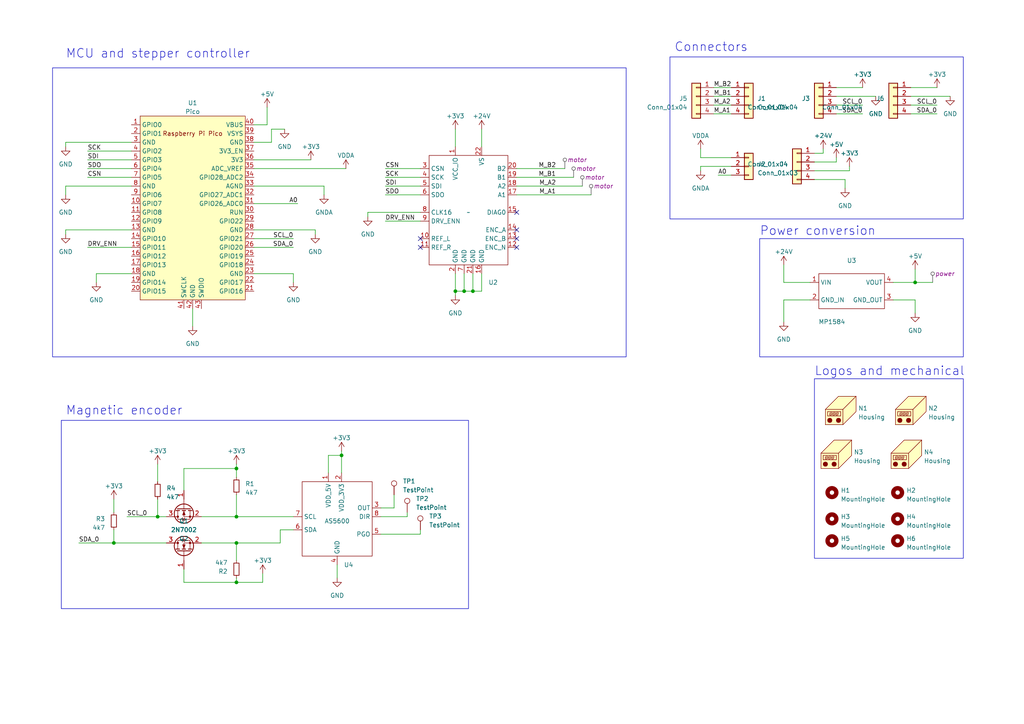
<source format=kicad_sch>
(kicad_sch (version 20230121) (generator eeschema)
  (paper "A4")
  (title_block (title "RPi-Pico_TMC5160") (date "2023-06-25") (rev "0.1") (comment 1 "Author: fitsnot") (comment 2 "MIT license"))
  (lib_symbols
    (symbol "Connector:TestPoint" (pin_numbers hide) (pin_names (offset 0.762) hide)
      (property "Reference" "TP" (at 0 6.858 0))
      (property "Value" "TestPoint" (at 0 5.08 0))
      (symbol "TestPoint_0_1"
        (circle (center 0 3.302) (radius 0.762))
      )
      (symbol "TestPoint_1_1"
        (pin passive line (at 0 0 90) (length 2.54) (name "1") (number "1"))
      )
    )
    (symbol "Connector_Generic:Conn_01x03" (pin_names (offset 1.016) hide)
      (property "Reference" "J" (at 0 5.08 0))
      (property "Value" "Conn_01x03" (at 0 -5.08 0))
      (symbol "Conn_01x03_1_1"
        (rectangle (start -1.27 -2.413) (end 0 -2.667) (stroke (width 0.1524)))
        (rectangle (start -1.27 0.127) (end 0 -0.127) (stroke (width 0.1524)))
        (rectangle (start -1.27 2.667) (end 0 2.413) (stroke (width 0.1524)))
        (rectangle (start -1.27 3.81) (end 1.27 -3.81) (stroke (width 0.254)) (fill (type background)))
        (pin passive line (at -5.08 2.54 0) (length 3.81) (name "Pin_1") (number "1"))
        (pin passive line (at -5.08 0 0) (length 3.81) (name "Pin_2") (number "2"))
        (pin passive line (at -5.08 -2.54 0) (length 3.81) (name "Pin_3") (number "3"))
      )
    )
    (symbol "Connector_Generic:Conn_01x04" (pin_names (offset 1.016) hide)
      (property "Reference" "J" (at 0 5.08 0))
      (property "Value" "Conn_01x04" (at 0 -7.62 0))
      (symbol "Conn_01x04_1_1"
        (rectangle (start -1.27 -4.953) (end 0 -5.207) (stroke (width 0.1524)))
        (rectangle (start -1.27 -2.413) (end 0 -2.667) (stroke (width 0.1524)))
        (rectangle (start -1.27 0.127) (end 0 -0.127) (stroke (width 0.1524)))
        (rectangle (start -1.27 2.667) (end 0 2.413) (stroke (width 0.1524)))
        (rectangle (start -1.27 3.81) (end 1.27 -6.35) (stroke (width 0.254)) (fill (type background)))
        (pin passive line (at -5.08 2.54 0) (length 3.81) (name "Pin_1") (number "1"))
        (pin passive line (at -5.08 0 0) (length 3.81) (name "Pin_2") (number "2"))
        (pin passive line (at -5.08 -2.54 0) (length 3.81) (name "Pin_3") (number "3"))
        (pin passive line (at -5.08 -5.08 0) (length 3.81) (name "Pin_4") (number "4"))
      )
    )
    (symbol "Device:R_Small" (pin_numbers hide) (pin_names (offset 0.254) hide)
      (property "Reference" "R" (at 0.762 0.508 0))
      (property "Value" "R_Small" (at 0.762 -1.016 0))
      (symbol "R_Small_0_1"
        (rectangle (start -0.762 1.778) (end 0.762 -1.778) (stroke (width 0.2032)))
      )
      (symbol "R_Small_1_1"
        (pin passive line (at 0 2.54 270) (length 0.762) (name "~") (number "1"))
        (pin passive line (at 0 -2.54 90) (length 0.762) (name "~") (number "2"))
      )
    )
    (symbol "Mechanical:Housing" (pin_names (offset 1.016))
      (property "Reference" "N" (at 3.81 0 0))
      (property "Value" "Housing" (at 3.81 -1.905 0))
      (symbol "Housing_0_1"
        (rectangle (start -5.08 -0.635) (end -1.27 -1.905))
        (circle (center -4.445 -3.175) (radius 0.635) (fill (type outline)))
        (circle (center -1.905 -3.175) (radius 0.635) (fill (type outline)))
        (polyline (pts (xy -4.5212 -1.5748) (xy -4.4704 -1.3716)))
        (polyline (pts (xy -4.4196 -1.6764) (xy -4.064 -1.6764)))
        (polyline (pts (xy -4.4196 -1.2192) (xy -4.3688 -0.9652)))
        (polyline (pts (xy -4.318 -1.3208) (xy -4.0132 -1.3208)))
        (polyline (pts (xy -4.2164 -0.9144) (xy -3.9116 -0.9144)))
        (polyline (pts (xy -3.9116 -1.6256) (xy -3.8608 -1.3716)))
        (polyline (pts (xy -3.81 -1.2192) (xy -3.7592 -0.9652)))
        (polyline (pts (xy -3.6068 -1.5748) (xy -3.556 -1.3716)))
        (polyline (pts (xy -3.5052 -1.6764) (xy -3.1496 -1.6764)))
        (polyline (pts (xy -3.5052 -1.2192) (xy -3.4544 -0.9652)))
        (polyline (pts (xy -3.4036 -1.3208) (xy -3.0988 -1.3208)))
        (polyline (pts (xy -3.302 -0.9144) (xy -2.9972 -0.9144)))
        (polyline (pts (xy -2.9972 -1.6256) (xy -2.9464 -1.3716)))
        (polyline (pts (xy -2.8956 -1.2192) (xy -2.8448 -0.9652)))
        (polyline (pts (xy -2.6924 -1.5748) (xy -2.6416 -1.3716)))
        (polyline (pts (xy -2.5908 -1.6764) (xy -2.2352 -1.6764)))
        (polyline (pts (xy -2.5908 -1.2192) (xy -2.54 -0.9652)))
        (polyline (pts (xy -2.4892 -1.3208) (xy -2.1844 -1.3208)))
        (polyline (pts (xy -2.3876 -0.9144) (xy -2.0828 -0.9144)))
        (polyline (pts (xy -2.0828 -1.6256) (xy -2.032 -1.3716)))
        (polyline (pts (xy -1.9812 -1.2192) (xy -1.9304 -0.9652)))
        (polyline (pts (xy -0.635 0) (xy -0.635 -4.445)))
        (polyline (pts (xy -5.715 0) (xy -0.635 0) (xy 3.175 3.81)))
        (polyline (pts (xy -5.715 0) (xy -5.715 -4.445) (xy -0.635 -4.445) (xy 3.175 -0.635) (xy 3.175 3.81) (xy -1.905 3.81) (xy -5.715 0)) (fill (type background)))
      )
    )
    (symbol "Mechanical:MountingHole" (pin_names (offset 1.016))
      (property "Reference" "H" (at 0 5.08 0))
      (property "Value" "MountingHole" (at 0 3.175 0))
      (symbol "MountingHole_0_1"
        (circle (center 0 0) (radius 1.27) (stroke (width 1.27)))
      )
    )
    (symbol "TMC5160:TMC5160"
      (property "Reference" "U" (at 0 0 0))
      (symbol "TMC5160_0_1"
        (rectangle (start -11.43 16.51) (end 11.43 -15.24))
      )
      (symbol "TMC5160_1_1"
        (pin power_in line (at -3.81 19.05 270) (length 2.54) (name "VCC_IO") (number "1"))
        (pin input line (at -13.97 -7.62 0) (length 2.54) (name "REF_L") (number "10"))
        (pin input line (at -13.97 -10.16 0) (length 2.54) (name "REF_R") (number "11"))
        (pin input line (at 13.97 -10.16 180) (length 2.54) (name "ENC_N") (number "12"))
        (pin input line (at 13.97 -7.62 180) (length 2.54) (name "ENC_B") (number "13"))
        (pin input line (at 13.97 -5.08 180) (length 2.54) (name "ENC_A") (number "14"))
        (pin input line (at 13.97 0 180) (length 2.54) (name "DIAG0") (number "15"))
        (pin power_in line (at 3.81 -17.78 90) (length 2.54) (name "GND") (number "16"))
        (pin output line (at 13.97 5.08 180) (length 2.54) (name "A1") (number "17"))
        (pin output line (at 13.97 7.62 180) (length 2.54) (name "A2") (number "18"))
        (pin output line (at 13.97 10.16 180) (length 2.54) (name "B1") (number "19"))
        (pin power_in line (at -3.81 -17.78 90) (length 2.54) (name "GND") (number "2"))
        (pin output line (at 13.97 12.7 180) (length 2.54) (name "B2") (number "20"))
        (pin power_in line (at 1.27 -17.78 90) (length 2.54) (name "GND") (number "21"))
        (pin power_in line (at 3.81 19.05 270) (length 2.54) (name "VS") (number "22"))
        (pin input line (at -13.97 12.7 0) (length 2.54) (name "CSN") (number "3"))
        (pin input line (at -13.97 10.16 0) (length 2.54) (name "SCK") (number "4"))
        (pin input line (at -13.97 7.62 0) (length 2.54) (name "SDI") (number "5"))
        (pin output line (at -13.97 5.08 0) (length 2.54) (name "SDO") (number "6"))
        (pin power_in line (at -1.27 -17.78 90) (length 2.54) (name "GND") (number "7"))
        (pin input line (at -13.97 0 0) (length 2.54) (name "CLK16") (number "8"))
        (pin input line (at -13.97 -2.54 0) (length 2.54) (name "DRV_ENN") (number "9"))
      )
    )
    (symbol "Transistor_FET:2N7002" (pin_names hide)
      (property "Reference" "Q" (at 5.08 1.905 0))
      (property "Value" "2N7002" (at 5.08 0 0))
      (symbol "2N7002_0_1"
        (polyline (pts (xy 0.254 0) (xy -2.54 0)))
        (polyline (pts (xy 0.254 1.905) (xy 0.254 -1.905)) (stroke (width 0.254)))
        (polyline (pts (xy 0.762 -1.27) (xy 0.762 -2.286)) (stroke (width 0.254)))
        (polyline (pts (xy 0.762 0.508) (xy 0.762 -0.508)) (stroke (width 0.254)))
        (polyline (pts (xy 0.762 2.286) (xy 0.762 1.27)) (stroke (width 0.254)))
        (polyline (pts (xy 2.54 2.54) (xy 2.54 1.778)))
        (polyline (pts (xy 2.54 -2.54) (xy 2.54 0) (xy 0.762 0)))
        (polyline (pts (xy 0.762 -1.778) (xy 3.302 -1.778) (xy 3.302 1.778) (xy 0.762 1.778)))
        (polyline (pts (xy 1.016 0) (xy 2.032 0.381) (xy 2.032 -0.381) (xy 1.016 0)) (fill (type outline)))
        (polyline (pts (xy 2.794 0.508) (xy 2.921 0.381) (xy 3.683 0.381) (xy 3.81 0.254)))
        (polyline (pts (xy 3.302 0.381) (xy 2.921 -0.254) (xy 3.683 -0.254) (xy 3.302 0.381)))
        (circle (center 1.651 0) (radius 2.794) (stroke (width 0.254)))
        (circle (center 2.54 -1.778) (radius 0.254) (fill (type outline)))
        (circle (center 2.54 1.778) (radius 0.254) (fill (type outline)))
      )
      (symbol "2N7002_1_1"
        (pin input line (at -5.08 0 0) (length 2.54) (name "G") (number "1"))
        (pin passive line (at 2.54 -5.08 90) (length 2.54) (name "S") (number "2"))
        (pin passive line (at 2.54 5.08 270) (length 2.54) (name "D") (number "3"))
      )
    )
    (symbol "power:+24V" (power) (pin_names (offset 0))
      (property "Value" "+24V" (at 0 3.556 0))
      (symbol "+24V_0_1"
        (polyline (pts (xy -0.762 1.27) (xy 0 2.54)))
        (polyline (pts (xy 0 0) (xy 0 2.54)))
        (polyline (pts (xy 0 2.54) (xy 0.762 1.27)))
      )
      (symbol "+24V_1_1"
        (pin power_in line (at 0 0 90) (length 0) hide (name "+24V") (number "1"))
      )
    )
    (symbol "power:+3V3" (power) (pin_names (offset 0))
      (property "Value" "+3V3" (at 0 3.556 0))
      (symbol "+3V3_0_1"
        (polyline (pts (xy -0.762 1.27) (xy 0 2.54)))
        (polyline (pts (xy 0 0) (xy 0 2.54)))
        (polyline (pts (xy 0 2.54) (xy 0.762 1.27)))
      )
      (symbol "+3V3_1_1"
        (pin power_in line (at 0 0 90) (length 0) hide (name "+3V3") (number "1"))
      )
    )
    (symbol "power:+5V" (power) (pin_names (offset 0))
      (property "Value" "+5V" (at 0 3.556 0))
      (symbol "+5V_0_1"
        (polyline (pts (xy -0.762 1.27) (xy 0 2.54)))
        (polyline (pts (xy 0 0) (xy 0 2.54)))
        (polyline (pts (xy 0 2.54) (xy 0.762 1.27)))
      )
      (symbol "+5V_1_1"
        (pin power_in line (at 0 0 90) (length 0) hide (name "+5V") (number "1"))
      )
    )
    (symbol "power:GND" (power) (pin_names (offset 0))
      (property "Value" "GND" (at 0 -3.81 0))
      (symbol "GND_0_1"
        (polyline (pts (xy 0 0) (xy 0 -1.27) (xy 1.27 -1.27) (xy 0 -2.54) (xy -1.27 -1.27) (xy 0 -1.27)))
      )
      (symbol "GND_1_1"
        (pin power_in line (at 0 0 270) (length 0) hide (name "GND") (number "1"))
      )
    )
    (symbol "power:GNDA" (power) (pin_names (offset 0))
      (property "Value" "GNDA" (at 0 -3.81 0))
      (symbol "GNDA_0_1"
        (polyline (pts (xy 0 0) (xy 0 -1.27) (xy 1.27 -1.27) (xy 0 -2.54) (xy -1.27 -1.27) (xy 0 -1.27)))
      )
      (symbol "GNDA_1_1"
        (pin power_in line (at 0 0 270) (length 0) hide (name "GNDA") (number "1"))
      )
    )
    (symbol "power:VDDA" (power) (pin_names (offset 0))
      (property "Value" "VDDA" (at 0 3.81 0))
      (symbol "VDDA_0_1"
        (polyline (pts (xy -0.762 1.27) (xy 0 2.54)))
        (polyline (pts (xy 0 0) (xy 0 2.54)))
        (polyline (pts (xy 0 2.54) (xy 0.762 1.27)))
      )
      (symbol "VDDA_1_1"
        (pin power_in line (at 0 0 90) (length 0) hide (name "VDDA") (number "1"))
      )
    )
    (symbol "project_lib:AS5600"
      (property "Reference" "U" (at 0 0 0))
      (symbol "AS5600_0_1"
        (rectangle (start -10.16 11.43) (end 10.16 -10.16))
      )
      (symbol "AS5600_1_1"
        (pin power_in line (at -2.54 13.97 270) (length 2.54) (name "VDD_5V") (number "1"))
        (pin power_in line (at 1.27 13.97 270) (length 2.54) (name "VDD_3V3") (number "2"))
        (pin output line (at 12.7 3.81 180) (length 2.54) (name "OUT") (number "3"))
        (pin power_in line (at 0 -12.7 90) (length 2.54) (name "GND") (number "4"))
        (pin input line (at 12.7 -3.81 180) (length 2.54) (name "PGO") (number "5"))
        (pin bidirectional line (at -12.7 -2.54 0) (length 2.54) (name "SDA") (number "6"))
        (pin input line (at -12.7 1.27 0) (length 2.54) (name "SCL") (number "7"))
        (pin output line (at 12.7 1.27 180) (length 2.54) (name "DIR") (number "8"))
      )
    )
    (symbol "project_lib:MP1584_MOD"
      (property "Reference" "U" (at -10.16 0 90))
      (symbol "MP1584_MOD_0_1"
        (rectangle (start -8.89 5.08) (end 10.16 -5.08))
      )
      (symbol "MP1584_MOD_1_1"
        (pin power_in line (at -11.43 2.54 0) (length 2.54) (name "VIN") (number "1"))
        (pin power_in line (at -11.43 -2.54 0) (length 2.54) (name "GND_IN") (number "2"))
        (pin power_in line (at 12.7 -2.54 180) (length 2.54) (name "GND_OUT") (number "3"))
        (pin power_out line (at 12.7 2.54 180) (length 2.54) (name "VOUT") (number "4"))
      )
    )
    (symbol "rpi pico:Pico"
      (property "Reference" "U" (at -13.97 27.94 0))
      (property "Value" "Pico" (at 0 19.05 0))
      (symbol "Pico_0_0"
        (text "Raspberry Pi Pico" (at 0 21.59 0) (effects (font (size 1.27 1.27))))
      )
      (symbol "Pico_0_1"
        (rectangle (start -15.24 26.67) (end 15.24 -26.67) (fill (type background)))
      )
      (symbol "Pico_1_1"
        (pin bidirectional line (at -17.78 24.13 0) (length 2.54) (name "GPIO0") (number "1"))
        (pin bidirectional line (at -17.78 1.27 0) (length 2.54) (name "GPIO7") (number "10"))
        (pin bidirectional line (at -17.78 -1.27 0) (length 2.54) (name "GPIO8") (number "11"))
        (pin bidirectional line (at -17.78 -3.81 0) (length 2.54) (name "GPIO9") (number "12"))
        (pin power_in line (at -17.78 -6.35 0) (length 2.54) (name "GND") (number "13"))
        (pin bidirectional line (at -17.78 -8.89 0) (length 2.54) (name "GPIO10") (number "14"))
        (pin bidirectional line (at -17.78 -11.43 0) (length 2.54) (name "GPIO11") (number "15"))
        (pin bidirectional line (at -17.78 -13.97 0) (length 2.54) (name "GPIO12") (number "16"))
        (pin bidirectional line (at -17.78 -16.51 0) (length 2.54) (name "GPIO13") (number "17"))
        (pin power_in line (at -17.78 -19.05 0) (length 2.54) (name "GND") (number "18"))
        (pin bidirectional line (at -17.78 -21.59 0) (length 2.54) (name "GPIO14") (number "19"))
        (pin bidirectional line (at -17.78 21.59 0) (length 2.54) (name "GPIO1") (number "2"))
        (pin bidirectional line (at -17.78 -24.13 0) (length 2.54) (name "GPIO15") (number "20"))
        (pin bidirectional line (at 17.78 -24.13 180) (length 2.54) (name "GPIO16") (number "21"))
        (pin bidirectional line (at 17.78 -21.59 180) (length 2.54) (name "GPIO17") (number "22"))
        (pin power_in line (at 17.78 -19.05 180) (length 2.54) (name "GND") (number "23"))
        (pin bidirectional line (at 17.78 -16.51 180) (length 2.54) (name "GPIO18") (number "24"))
        (pin bidirectional line (at 17.78 -13.97 180) (length 2.54) (name "GPIO19") (number "25"))
        (pin bidirectional line (at 17.78 -11.43 180) (length 2.54) (name "GPIO20") (number "26"))
        (pin bidirectional line (at 17.78 -8.89 180) (length 2.54) (name "GPIO21") (number "27"))
        (pin power_in line (at 17.78 -6.35 180) (length 2.54) (name "GND") (number "28"))
        (pin bidirectional line (at 17.78 -3.81 180) (length 2.54) (name "GPIO22") (number "29"))
        (pin power_in line (at -17.78 19.05 0) (length 2.54) (name "GND") (number "3"))
        (pin input line (at 17.78 -1.27 180) (length 2.54) (name "RUN") (number "30"))
        (pin bidirectional line (at 17.78 1.27 180) (length 2.54) (name "GPIO26_ADC0") (number "31"))
        (pin bidirectional line (at 17.78 3.81 180) (length 2.54) (name "GPIO27_ADC1") (number "32"))
        (pin power_in line (at 17.78 6.35 180) (length 2.54) (name "AGND") (number "33"))
        (pin bidirectional line (at 17.78 8.89 180) (length 2.54) (name "GPIO28_ADC2") (number "34"))
        (pin power_in line (at 17.78 11.43 180) (length 2.54) (name "ADC_VREF") (number "35"))
        (pin power_in line (at 17.78 13.97 180) (length 2.54) (name "3V3") (number "36"))
        (pin input line (at 17.78 16.51 180) (length 2.54) (name "3V3_EN") (number "37"))
        (pin bidirectional line (at 17.78 19.05 180) (length 2.54) (name "GND") (number "38"))
        (pin power_in line (at 17.78 21.59 180) (length 2.54) (name "VSYS") (number "39"))
        (pin bidirectional line (at -17.78 16.51 0) (length 2.54) (name "GPIO2") (number "4"))
        (pin power_in line (at 17.78 24.13 180) (length 2.54) (name "VBUS") (number "40"))
        (pin input line (at -2.54 -29.21 90) (length 2.54) (name "SWCLK") (number "41"))
        (pin power_in line (at 0 -29.21 90) (length 2.54) (name "GND") (number "42"))
        (pin bidirectional line (at 2.54 -29.21 90) (length 2.54) (name "SWDIO") (number "43"))
        (pin bidirectional line (at -17.78 13.97 0) (length 2.54) (name "GPIO3") (number "5"))
        (pin bidirectional line (at -17.78 11.43 0) (length 2.54) (name "GPIO4") (number "6"))
        (pin bidirectional line (at -17.78 8.89 0) (length 2.54) (name "GPIO5") (number "7"))
        (pin power_in line (at -17.78 6.35 0) (length 2.54) (name "GND") (number "8"))
        (pin bidirectional line (at -17.78 3.81 0) (length 2.54) (name "GPIO6") (number "9"))
      )
    )
  )
  (junction (at 132.08 84.455))
  (junction (at 68.58 149.86))
  (junction (at 45.72 149.86))
  (junction (at 68.58 135.89))
  (junction (at 68.58 157.48))
  (junction (at 33.02 157.48))
  (junction (at 137.16 84.455))
  (junction (at 134.62 84.455))
  (junction (at 99.06 132.08))
  (junction (at 68.58 168.91))
  (junction (at 265.43 81.915))
  (no_connect (at 121.92 71.755))
  (no_connect (at 121.92 69.215))
  (no_connect (at 149.86 69.215))
  (no_connect (at 149.86 71.755))
  (no_connect (at 149.86 61.595))
  (no_connect (at 149.86 66.675))
  (wire (pts (xy 68.58 157.48) (xy 68.58 162.56)))
  (wire (pts (xy 265.43 86.995) (xy 265.43 90.805)))
  (wire (pts (xy 242.57 46.99) (xy 242.57 45.72)))
  (wire (pts (xy 259.08 81.915) (xy 265.43 81.915)))
  (wire (pts (xy 81.28 153.67) (xy 85.09 153.67)))
  (wire (pts (xy 77.47 36.195) (xy 77.47 31.115)))
  (wire (pts (xy 149.86 48.895) (xy 163.83 48.895)))
  (wire (pts (xy 212.09 33.02) (xy 207.01 33.02)))
  (wire (pts (xy 38.1 66.675) (xy 19.05 66.675)))
  (wire (pts (xy 73.66 66.675) (xy 91.44 66.675)))
  (wire (pts (xy 111.76 48.895) (xy 121.92 48.895)))
  (wire (pts (xy 227.33 81.915) (xy 234.95 81.915)))
  (wire (pts (xy 38.1 79.375) (xy 27.94 79.375)))
  (wire (pts (xy 73.66 36.195) (xy 77.47 36.195)))
  (wire (pts (xy 78.74 37.465) (xy 78.74 41.275)))
  (wire (pts (xy 81.28 157.48) (xy 81.28 153.67)))
  (wire (pts (xy 137.16 79.375) (xy 137.16 84.455)))
  (wire (pts (xy 111.76 51.435) (xy 121.92 51.435)))
  (wire (pts (xy 58.42 149.86) (xy 68.58 149.86)))
  (wire (pts (xy 33.02 144.78) (xy 33.02 148.59)))
  (wire (pts (xy 68.58 134.62) (xy 68.58 135.89)))
  (wire (pts (xy 242.57 25.4) (xy 250.19 25.4)))
  (wire (pts (xy 227.33 86.995) (xy 234.95 86.995)))
  (wire (pts (xy 111.76 64.135) (xy 121.92 64.135)))
  (wire (pts (xy 68.58 167.64) (xy 68.58 168.91)))
  (wire (pts (xy 236.22 44.45) (xy 238.76 44.45)))
  (wire (pts (xy 132.08 37.465) (xy 132.08 42.545)))
  (wire (pts (xy 132.08 79.375) (xy 132.08 84.455)))
  (wire (pts (xy 36.83 149.86) (xy 45.72 149.86)))
  (wire (pts (xy 95.25 132.08) (xy 99.06 132.08)))
  (wire (pts (xy 22.86 157.48) (xy 33.02 157.48)))
  (wire (pts (xy 38.1 41.275) (xy 19.05 41.275)))
  (wire (pts (xy 45.72 149.86) (xy 48.26 149.86)))
  (wire (pts (xy 19.05 53.975) (xy 38.1 53.975)))
  (wire (pts (xy 203.2 45.72) (xy 212.09 45.72)))
  (wire (pts (xy 99.06 132.08) (xy 99.06 137.16)))
  (wire (pts (xy 208.28 50.8) (xy 212.09 50.8)))
  (wire (pts (xy 85.09 79.375) (xy 85.09 81.915)))
  (wire (pts (xy 264.16 27.94) (xy 275.59 27.94)))
  (wire (pts (xy 53.34 168.91) (xy 68.58 168.91)))
  (wire (pts (xy 236.22 52.07) (xy 245.11 52.07)))
  (wire (pts (xy 139.7 84.455) (xy 137.16 84.455)))
  (wire (pts (xy 264.16 33.02) (xy 271.78 33.02)))
  (wire (pts (xy 19.05 41.275) (xy 19.05 42.545)))
  (wire (pts (xy 111.76 56.515) (xy 121.92 56.515)))
  (wire (pts (xy 68.58 157.48) (xy 81.28 157.48)))
  (wire (pts (xy 27.94 79.375) (xy 27.94 81.915)))
  (wire (pts (xy 76.2 168.91) (xy 68.58 168.91)))
  (wire (pts (xy 73.66 46.355) (xy 90.17 46.355)))
  (wire (pts (xy 212.09 27.94) (xy 207.01 27.94)))
  (wire (pts (xy 149.86 53.975) (xy 168.91 53.975)))
  (wire (pts (xy 73.66 53.975) (xy 93.98 53.975)))
  (wire (pts (xy 242.57 33.02) (xy 250.19 33.02)))
  (wire (pts (xy 111.76 53.975) (xy 121.92 53.975)))
  (wire (pts (xy 203.2 49.53) (xy 203.2 48.26)))
  (wire (pts (xy 53.34 165.1) (xy 53.34 168.91)))
  (wire (pts (xy 25.4 43.815) (xy 38.1 43.815)))
  (wire (pts (xy 33.02 157.48) (xy 48.26 157.48)))
  (wire (pts (xy 73.66 59.055) (xy 86.36 59.055)))
  (wire (pts (xy 245.11 52.07) (xy 245.11 54.61)))
  (wire (pts (xy 68.58 149.86) (xy 85.09 149.86)))
  (wire (pts (xy 106.68 62.865) (xy 106.68 61.595)))
  (wire (pts (xy 265.43 78.105) (xy 265.43 81.915)))
  (wire (pts (xy 91.44 66.675) (xy 91.44 67.945)))
  (wire (pts (xy 114.3 147.32) (xy 114.3 143.51)))
  (wire (pts (xy 132.08 84.455) (xy 132.08 85.725)))
  (wire (pts (xy 264.16 25.4) (xy 271.78 25.4)))
  (wire (pts (xy 227.33 76.835) (xy 227.33 81.915)))
  (wire (pts (xy 99.06 130.81) (xy 99.06 132.08)))
  (wire (pts (xy 73.66 48.895) (xy 100.33 48.895)))
  (wire (pts (xy 68.58 143.51) (xy 68.58 149.86)))
  (wire (pts (xy 58.42 157.48) (xy 68.58 157.48)))
  (wire (pts (xy 227.33 86.995) (xy 227.33 93.345)))
  (wire (pts (xy 149.86 56.515) (xy 171.45 56.515)))
  (wire (pts (xy 212.09 25.4) (xy 207.01 25.4)))
  (wire (pts (xy 25.4 46.355) (xy 38.1 46.355)))
  (wire (pts (xy 97.79 163.83) (xy 97.79 167.64)))
  (wire (pts (xy 264.16 30.48) (xy 271.78 30.48)))
  (wire (pts (xy 45.72 144.78) (xy 45.72 149.86)))
  (wire (pts (xy 118.11 149.86) (xy 118.11 148.59)))
  (wire (pts (xy 132.08 84.455) (xy 134.62 84.455)))
  (wire (pts (xy 78.74 37.465) (xy 82.55 37.465)))
  (wire (pts (xy 53.34 142.24) (xy 53.34 135.89)))
  (wire (pts (xy 68.58 135.89) (xy 68.58 138.43)))
  (wire (pts (xy 78.74 41.275) (xy 73.66 41.275)))
  (wire (pts (xy 73.66 71.755) (xy 85.09 71.755)))
  (wire (pts (xy 25.4 51.435) (xy 38.1 51.435)))
  (wire (pts (xy 76.2 168.91) (xy 76.2 166.37)))
  (wire (pts (xy 139.7 37.465) (xy 139.7 42.545)))
  (wire (pts (xy 259.08 86.995) (xy 265.43 86.995)))
  (wire (pts (xy 149.86 51.435) (xy 166.37 51.435)))
  (wire (pts (xy 19.05 66.675) (xy 19.05 67.945)))
  (wire (pts (xy 110.49 149.86) (xy 118.11 149.86)))
  (wire (pts (xy 33.02 153.67) (xy 33.02 157.48)))
  (wire (pts (xy 242.57 30.48) (xy 250.19 30.48)))
  (wire (pts (xy 121.92 154.94) (xy 110.49 154.94)))
  (wire (pts (xy 95.25 137.16) (xy 95.25 132.08)))
  (wire (pts (xy 212.09 30.48) (xy 207.01 30.48)))
  (wire (pts (xy 236.22 49.53) (xy 246.38 49.53)))
  (wire (pts (xy 203.2 43.18) (xy 203.2 45.72)))
  (wire (pts (xy 25.4 71.755) (xy 38.1 71.755)))
  (wire (pts (xy 265.43 81.915) (xy 270.51 81.915)))
  (wire (pts (xy 242.57 27.94) (xy 254 27.94)))
  (wire (pts (xy 73.66 69.215) (xy 85.09 69.215)))
  (wire (pts (xy 236.22 46.99) (xy 242.57 46.99)))
  (wire (pts (xy 139.7 79.375) (xy 139.7 84.455)))
  (wire (pts (xy 203.2 48.26) (xy 212.09 48.26)))
  (wire (pts (xy 121.92 153.67) (xy 121.92 154.94)))
  (wire (pts (xy 110.49 147.32) (xy 114.3 147.32)))
  (wire (pts (xy 73.66 79.375) (xy 85.09 79.375)))
  (wire (pts (xy 55.88 89.535) (xy 55.88 94.615)))
  (wire (pts (xy 137.16 84.455) (xy 134.62 84.455)))
  (wire (pts (xy 238.76 44.45) (xy 238.76 43.18)))
  (wire (pts (xy 134.62 79.375) (xy 134.62 84.455)))
  (wire (pts (xy 93.98 53.975) (xy 93.98 56.515)))
  (wire (pts (xy 53.34 135.89) (xy 68.58 135.89)))
  (wire (pts (xy 45.72 134.62) (xy 45.72 139.7)))
  (wire (pts (xy 246.38 48.26) (xy 246.38 49.53)))
  (wire (pts (xy 19.05 56.515) (xy 19.05 53.975)))
  (wire (pts (xy 106.68 61.595) (xy 121.92 61.595)))
  (wire (pts (xy 25.4 48.895) (xy 38.1 48.895)))
  (rectangle (start 194.31 16.51) (end 279.4 63.5))
  (rectangle (start 17.78 121.92) (end 135.89 176.53))
  (rectangle (start 15.24 19.685) (end 181.61 103.505))
  (rectangle (start 220.345 69.215) (end 279.4 103.505))
  (rectangle (start 236.22 109.855) (end 279.4 161.925))
  (text "MCU and stepper controller" (at 19.05 17.145 0) (effects (font (size 2.54 2.54)) (justify left bottom)))
  (text "Connectors" (at 195.58 15.24 0) (effects (font (size 2.54 2.54)) (justify left bottom)))
  (text "Power conversion" (at 220.345 68.58 0) (effects (font (size 2.54 2.54)) (justify left bottom)))
  (text "Logos and mechanical" (at 236.22 109.22 0) (effects (font (size 2.54 2.54)) (justify left bottom)))
  (text "Magnetic encoder" (at 19.05 120.65 0) (effects (font (size 2.54 2.54)) (justify left bottom)))
  (label "SDI" (at 111.76 53.975 0))
  (label "M_A1" (at 207.01 33.02 0))
  (label "SCK" (at 111.76 51.435 0))
  (label "M_A2" (at 207.01 30.48 0))
  (label "SCL_0" (at 85.09 69.215 180))
  (label "A0" (at 208.28 50.8 0))
  (label "SCL_0" (at 271.78 30.48 180))
  (label "DRV_ENN" (at 25.4 71.755 0))
  (label "SDO" (at 111.76 56.515 0))
  (label "CSN" (at 25.4 51.435 0))
  (label "SDA_0" (at 22.86 157.48 0))
  (label "SCK" (at 25.4 43.815 0))
  (label "M_B2" (at 207.01 25.4 0))
  (label "M_B1" (at 161.29 51.435 180))
  (label "CSN" (at 111.76 48.895 0))
  (label "M_A2" (at 161.29 53.975 180))
  (label "M_B1" (at 207.01 27.94 0))
  (label "SDO" (at 25.4 48.895 0))
  (label "M_B2" (at 161.29 48.895 180))
  (label "M_A1" (at 161.29 56.515 180))
  (label "SCL_0" (at 250.19 30.48 180))
  (label "SCL_0" (at 36.83 149.86 0))
  (label "A0" (at 86.36 59.055 180))
  (label "SDA_0" (at 250.19 33.02 180))
  (label "DRV_ENN" (at 111.76 64.135 0))
  (label "SDI" (at 25.4 46.355 0))
  (label "SDA_0" (at 85.09 71.755 180))
  (label "SDA_0" (at 271.78 33.02 180))
  (netclass_flag "" (length 2.54) (shape round) (at 166.37 51.435 0) (property "Netclass" "motor" (at 167.0685 48.895 0) (effects (font italic) (justify left))))
  (netclass_flag "" (length 2.54) (shape round) (at 163.83 48.895 0) (property "Netclass" "motor" (at 164.5285 46.355 0) (effects (font italic) (justify left))))
  (netclass_flag "" (length 2.54) (shape round) (at 168.91 53.975 0) (property "Netclass" "motor" (at 169.6085 51.435 0) (effects (font italic) (justify left))))
  (netclass_flag "" (length 2.54) (shape round) (at 270.51 81.915 0) (property "Netclass" "power" (at 271.2085 79.375 0) (effects (font italic) (justify left))))
  (netclass_flag "" (length 2.54) (shape round) (at 171.45 56.515 0) (property "Netclass" "motor" (at 172.1485 53.975 0) (effects (font italic) (justify left))))
  (symbol (lib_id "power:GND") (at 106.68 62.865 0) (unit 1)
    (property "Reference" "#PWR03" (effects hide))
    (property "Value" "GND" (at 106.68 67.945 0))
  )
  (symbol (lib_id "power:+3V3") (at 68.58 134.62 0) (unit 1)
    (property "Reference" "#PWR033" (effects hide))
    (property "Value" "+3V3" (at 68.58 130.81 0))
  )
  (symbol (lib_id "Connector:TestPoint") (at 121.92 153.67 0) (unit 1)
    (property "Reference" "TP3" (at 124.46 149.733 0) (effects (justify left)))
    (property "Value" "TestPoint" (at 124.46 152.273 0) (effects (justify left)))
    (property "Footprint" "TestPoint:TestPoint_THTPad_2.0x2.0mm_Drill1.0mm" (effects hide))
  )
  (symbol (lib_id "Mechanical:MountingHole") (at 241.3 142.875 0) (unit 1)
    (property "Reference" "H1" (at 243.84 142.24 0) (effects (justify left)))
    (property "Value" "MountingHole" (at 243.84 144.78 0) (effects (justify left)))
    (property "Footprint" "MountingHole:MountingHole_3.2mm_M3_ISO7380" (effects hide))
  )
  (symbol (lib_id "Device:R_Small") (at 33.02 151.13 0) (mirror y) (unit 1)
    (property "Reference" "R3" (at 30.48 150.495 0) (effects (justify left)))
    (property "Value" "4k7" (at 30.48 153.035 0) (effects (justify left)))
    (property "Footprint" "Resistor_SMD:R_0603_1608Metric_Pad0.98x0.95mm_HandSolder" (effects hide))
  )
  (symbol (lib_id "Transistor_FET:2N7002") (at 53.34 147.32 90) (mirror x) (unit 1)
    (property "Reference" "Q2" (at 53.34 156.21 90))
    (property "Value" "2N7002" (at 53.34 153.67 90))
    (property "Footprint" "Package_TO_SOT_SMD:SOT-23" (effects hide))
    (property "Datasheet" "https://www.onsemi.com/pub/Collateral/NDS7002A-D.PDF" (effects hide))
    (property "LCSC" "C8545" (effects hide))
  )
  (symbol (lib_id "power:GND") (at 97.79 167.64 0) (unit 1)
    (property "Reference" "#PWR030" (effects hide))
    (property "Value" "GND" (at 97.79 172.72 0))
  )
  (symbol (lib_id "power:+3V3") (at 250.19 25.4 0) (unit 1)
    (property "Reference" "#PWR021" (effects hide))
    (property "Value" "+3V3" (at 250.19 21.59 0))
  )
  (symbol (lib_id "power:GND") (at 265.43 90.805 0) (unit 1)
    (property "Reference" "#PWR025" (effects hide))
    (property "Value" "GND" (at 265.43 95.885 0))
  )
  (symbol (lib_id "Mechanical:MountingHole") (at 241.3 156.845 0) (unit 1)
    (property "Reference" "H5" (at 243.84 156.21 0) (effects (justify left)))
    (property "Value" "MountingHole" (at 243.84 158.75 0) (effects (justify left)))
    (property "Footprint" "MountingHole:MountingHole_3.2mm_M3_ISO7380" (effects hide))
  )
  (symbol (lib_id "power:+24V") (at 139.7 37.465 0) (unit 1)
    (property "Reference" "#PWR02" (effects hide))
    (property "Value" "+24V" (at 139.7 33.655 0))
  )
  (symbol (lib_id "Connector_Generic:Conn_01x04") (at 201.93 27.94 0) (mirror y) (unit 1)
    (property "Reference" "J5" (at 199.39 28.575 0) (effects (justify left)))
    (property "Value" "Conn_01x04" (at 199.39 31.115 0) (effects (justify left)))
    (property "Footprint" "Connector_JST:JST_XH_B4B-XH-A_1x04_P2.50mm_Vertical" (effects hide))
    (property "LCSC" "C144395" (effects hide))
  )
  (symbol (lib_id "Device:R_Small") (at 68.58 140.97 0) (unit 1)
    (property "Reference" "R1" (at 71.12 140.335 0) (effects (justify left)))
    (property "Value" "4k7" (at 71.12 142.875 0) (effects (justify left)))
    (property "Footprint" "Resistor_SMD:R_0603_1608Metric_Pad0.98x0.95mm_HandSolder" (effects hide))
  )
  (symbol (lib_id "Connector_Generic:Conn_01x03") (at 217.17 48.26 0) (unit 1)
    (property "Reference" "J2" (at 219.71 47.625 0) (effects (justify left)))
    (property "Value" "Conn_01x03" (at 219.71 50.165 0) (effects (justify left)))
    (property "Footprint" "Connector_JST:JST_XH_B3B-XH-A_1x03_P2.50mm_Vertical" (effects hide))
    (property "LCSC" "C144394" (effects hide))
  )
  (symbol (lib_id "Mechanical:MountingHole") (at 260.35 156.845 0) (unit 1)
    (property "Reference" "H6" (at 262.89 156.21 0) (effects (justify left)))
    (property "Value" "MountingHole" (at 262.89 158.75 0) (effects (justify left)))
    (property "Footprint" "MountingHole:MountingHole_3.2mm_M3_ISO7380" (effects hide))
  )
  (symbol (lib_id "Mechanical:Housing") (at 243.84 131.445 0) (unit 1)
    (property "Reference" "N3" (at 247.65 131.1275 0) (effects (justify left)))
    (property "Value" "Housing" (at 247.65 133.6675 0) (effects (justify left)))
    (property "Footprint" "project:Mousebite" (effects hide))
  )
  (symbol (lib_id "Device:R_Small") (at 45.72 142.24 0) (unit 1)
    (property "Reference" "R4" (at 48.26 141.605 0) (effects (justify left)))
    (property "Value" "4k7" (at 48.26 144.145 0) (effects (justify left)))
    (property "Footprint" "Resistor_SMD:R_0603_1608Metric_Pad0.98x0.95mm_HandSolder" (effects hide))
  )
  (symbol (lib_id "Mechanical:Housing") (at 245.11 118.745 0) (unit 1)
    (property "Reference" "N1" (at 248.92 118.4275 0) (effects (justify left)))
    (property "Value" "Housing" (at 248.92 120.9675 0) (effects (justify left)))
    (property "Footprint" "project:Mousebite" (effects hide))
  )
  (symbol (lib_id "power:GND") (at 27.94 81.915 0) (unit 1)
    (property "Reference" "#PWR08" (effects hide))
    (property "Value" "GND" (at 27.94 86.995 0))
  )
  (symbol (lib_id "power:GND") (at 19.05 67.945 0) (unit 1)
    (property "Reference" "#PWR09" (effects hide))
    (property "Value" "GND" (at 19.05 73.025 0))
  )
  (symbol (lib_id "Mechanical:MountingHole") (at 260.35 142.875 0) (unit 1)
    (property "Reference" "H2" (at 262.89 142.24 0) (effects (justify left)))
    (property "Value" "MountingHole" (at 262.89 144.78 0) (effects (justify left)))
    (property "Footprint" "MountingHole:MountingHole_3.2mm_M3_ISO7380" (effects hide))
  )
  (symbol (lib_id "Mechanical:Housing") (at 264.16 131.445 0) (unit 1)
    (property "Reference" "N4" (at 267.97 131.1275 0) (effects (justify left)))
    (property "Value" "Housing" (at 267.97 133.6675 0) (effects (justify left)))
    (property "Footprint" "project:Mousebite" (effects hide))
  )
  (symbol (lib_id "Connector_Generic:Conn_01x04") (at 231.14 46.99 0) (mirror y) (unit 1)
    (property "Reference" "J4" (at 228.6 47.625 0) (effects (justify left)))
    (property "Value" "Conn_01x04" (at 228.6 47.625 0) (effects (justify left)))
    (property "Footprint" "Connector_Wago:Wago_734-134_1x04_P3.50mm_Vertical" (effects hide))
    (property "LCSC" "C557656" (effects hide))
  )
  (symbol (lib_id "power:+24V") (at 227.33 76.835 0) (unit 1)
    (property "Reference" "#PWR022" (effects hide))
    (property "Value" "+24V" (at 227.33 73.025 0))
  )
  (symbol (lib_id "power:+3V3") (at 132.08 37.465 0) (unit 1)
    (property "Reference" "#PWR05" (effects hide))
    (property "Value" "+3V3" (at 132.08 33.655 0))
  )
  (symbol (lib_id "Connector:TestPoint") (at 114.3 143.51 0) (unit 1)
    (property "Reference" "TP1" (at 116.84 139.573 0) (effects (justify left)))
    (property "Value" "TestPoint" (at 116.84 142.113 0) (effects (justify left)))
    (property "Footprint" "TestPoint:TestPoint_THTPad_2.0x2.0mm_Drill1.0mm" (effects hide))
  )
  (symbol (lib_id "power:GND") (at 85.09 81.915 0) (unit 1)
    (property "Reference" "#PWR07" (effects hide))
    (property "Value" "GND" (at 85.09 86.995 0))
  )
  (symbol (lib_id "power:GND") (at 82.55 37.465 0) (unit 1)
    (property "Reference" "#PWR013" (effects hide))
    (property "Value" "GND" (at 82.55 42.545 0))
  )
  (symbol (lib_id "power:+3V3") (at 76.2 166.37 0) (unit 1)
    (property "Reference" "#PWR034" (effects hide))
    (property "Value" "+3V3" (at 76.2 162.56 0))
  )
  (symbol (lib_id "power:VDDA") (at 100.33 48.895 0) (unit 1)
    (property "Reference" "#PWR015" (effects hide))
    (property "Value" "VDDA" (at 100.33 45.085 0))
  )
  (symbol (lib_id "power:GND") (at 275.59 27.94 0) (unit 1)
    (property "Reference" "#PWR032" (effects hide))
    (property "Value" "GND" (at 275.59 33.02 0))
  )
  (symbol (lib_id "power:GND") (at 227.33 93.345 0) (unit 1)
    (property "Reference" "#PWR024" (effects hide))
    (property "Value" "GND" (at 227.33 98.425 0))
  )
  (symbol (lib_id "power:GND") (at 245.11 54.61 0) (unit 1)
    (property "Reference" "#PWR026" (effects hide))
    (property "Value" "GND" (at 245.11 59.69 0))
  )
  (symbol (lib_id "power:+3V3") (at 99.06 130.81 0) (unit 1)
    (property "Reference" "#PWR018" (effects hide))
    (property "Value" "+3V3" (at 99.06 127 0))
  )
  (symbol (lib_id "power:VDDA") (at 203.2 43.18 0) (unit 1)
    (property "Reference" "#PWR017" (effects hide))
    (property "Value" "VDDA" (at 203.2 39.37 0))
  )
  (symbol (lib_id "Mechanical:Housing") (at 265.43 118.745 0) (unit 1)
    (property "Reference" "N2" (at 269.24 118.4275 0) (effects (justify left)))
    (property "Value" "Housing" (at 269.24 120.9675 0) (effects (justify left)))
    (property "Footprint" "project:Mousebite" (effects hide))
  )
  (symbol (lib_id "project_lib:MP1584_MOD") (at 246.38 84.455 0) (unit 1)
    (property "Reference" "U3" (at 247.015 75.565 0))
    (property "Value" "MP1584" (at 241.3 93.345 0))
    (property "Footprint" "project:MP1584_MOD" (effects hide))
  )
  (symbol (lib_id "power:GND") (at 91.44 67.945 0) (unit 1)
    (property "Reference" "#PWR011" (effects hide))
    (property "Value" "GND" (at 91.44 73.025 0))
  )
  (symbol (lib_id "project_lib:AS5600") (at 97.79 151.13 0) (unit 1)
    (property "Reference" "U4" (at 99.7459 163.83 0) (effects (justify left)))
    (property "Value" "AS5600" (at 97.79 151.13 0))
    (property "Footprint" "Package_SO:SOIC-8_3.9x4.9mm_P1.27mm" (effects hide))
  )
  (symbol (lib_id "Mechanical:MountingHole") (at 241.3 150.495 0) (unit 1)
    (property "Reference" "H3" (at 243.84 149.86 0) (effects (justify left)))
    (property "Value" "MountingHole" (at 243.84 152.4 0) (effects (justify left)))
    (property "Footprint" "MountingHole:MountingHole_3.2mm_M3_ISO7380" (effects hide))
  )
  (symbol (lib_id "power:+3V3") (at 246.38 48.26 0) (unit 1)
    (property "Reference" "#PWR029" (effects hide))
    (property "Value" "+3V3" (at 246.38 44.45 0))
  )
  (symbol (lib_id "power:+5V") (at 265.43 78.105 0) (unit 1)
    (property "Reference" "#PWR023" (effects hide))
    (property "Value" "+5V" (at 265.43 74.295 0))
  )
  (symbol (lib_id "power:+3V3") (at 90.17 46.355 0) (unit 1)
    (property "Reference" "#PWR04" (effects hide))
    (property "Value" "+3V3" (at 90.17 42.545 0))
  )
  (symbol (lib_id "power:GND") (at 55.88 94.615 0) (unit 1)
    (property "Reference" "#PWR06" (effects hide))
    (property "Value" "GND" (at 55.88 99.695 0))
  )
  (symbol (lib_id "Connector_Generic:Conn_01x04") (at 217.17 27.94 0) (unit 1)
    (property "Reference" "J1" (at 219.71 28.575 0) (effects (justify left)))
    (property "Value" "Conn_01x04" (at 219.71 31.115 0) (effects (justify left)))
    (property "Footprint" "Connector_Wago:Wago_734-134_1x04_P3.50mm_Vertical" (effects hide))
    (property "LCSC" "C557656" (effects hide))
  )
  (symbol (lib_id "power:GND") (at 132.08 85.725 0) (unit 1)
    (property "Reference" "#PWR01" (effects hide))
    (property "Value" "GND" (at 132.08 90.805 0))
  )
  (symbol (lib_id "power:+5V") (at 77.47 31.115 0) (unit 1)
    (property "Reference" "#PWR020" (effects hide))
    (property "Value" "+5V" (at 77.47 27.305 0))
  )
  (symbol (lib_id "power:GND") (at 19.05 42.545 0) (unit 1)
    (property "Reference" "#PWR012" (effects hide))
    (property "Value" "GND" (at 19.05 47.625 0))
  )
  (symbol (lib_id "power:GND") (at 254 27.94 0) (unit 1)
    (property "Reference" "#PWR019" (effects hide))
    (property "Value" "GND" (at 254 33.02 0))
  )
  (symbol (lib_id "power:+3V3") (at 33.02 144.78 0) (unit 1)
    (property "Reference" "#PWR035" (effects hide))
    (property "Value" "+3V3" (at 33.02 140.97 0))
  )
  (symbol (lib_id "Mechanical:MountingHole") (at 260.35 150.495 0) (unit 1)
    (property "Reference" "H4" (at 262.89 149.86 0) (effects (justify left)))
    (property "Value" "MountingHole" (at 262.89 152.4 0) (effects (justify left)))
    (property "Footprint" "MountingHole:MountingHole_3.2mm_M3_ISO7380" (effects hide))
  )
  (symbol (lib_id "power:+3V3") (at 45.72 134.62 0) (unit 1)
    (property "Reference" "#PWR036" (effects hide))
    (property "Value" "+3V3" (at 45.72 130.81 0))
  )
  (symbol (lib_id "power:GNDA") (at 203.2 49.53 0) (unit 1)
    (property "Reference" "#PWR016" (effects hide))
    (property "Value" "GNDA" (at 203.2 54.61 0))
  )
  (symbol (lib_id "Connector_Generic:Conn_01x04") (at 259.08 27.94 0) (mirror y) (unit 1)
    (property "Reference" "J6" (at 256.54 28.575 0) (effects (justify left)))
    (property "Value" "Conn_01x04" (at 250.19 31.115 0) (effects (justify left)))
    (property "Footprint" "Connector_JST:JST_XH_B4B-XH-A_1x04_P2.50mm_Vertical" (effects hide))
    (property "LCSC" "C144395" (effects hide))
  )
  (symbol (lib_id "power:+3V3") (at 271.78 25.4 0) (unit 1)
    (property "Reference" "#PWR031" (effects hide))
    (property "Value" "+3V3" (at 271.78 21.59 0))
  )
  (symbol (lib_id "power:+5V") (at 242.57 45.72 0) (unit 1)
    (property "Reference" "#PWR028" (effects hide))
    (property "Value" "+5V" (at 242.57 41.91 0))
  )
  (symbol (lib_id "rpi pico:Pico") (at 55.88 60.325 0) (unit 1)
    (property "Reference" "U1" (at 55.88 29.845 0))
    (property "Value" "Pico" (at 55.88 32.385 0))
    (property "Footprint" "project:RPi_Pico_SMD_TH" (effects hide))
  )
  (symbol (lib_id "power:GNDA") (at 93.98 56.515 0) (unit 1)
    (property "Reference" "#PWR014" (effects hide))
    (property "Value" "GNDA" (at 93.98 61.595 0))
  )
  (symbol (lib_id "power:GND") (at 19.05 56.515 0) (unit 1)
    (property "Reference" "#PWR010" (effects hide))
    (property "Value" "GND" (at 19.05 61.595 0))
  )
  (symbol (lib_id "TMC5160:TMC5160") (at 135.89 61.595 0) (unit 1)
    (property "Reference" "U2" (at 141.6559 81.915 0) (effects (justify left)))
    (property "Value" "~" (at 135.89 61.595 0))
    (property "Footprint" "project:TMC5160-BOB" (effects hide))
  )
  (symbol (lib_id "Device:R_Small") (at 68.58 165.1 180) (unit 1)
    (property "Reference" "R2" (at 66.04 165.735 0) (effects (justify left)))
    (property "Value" "4k7" (at 66.04 163.195 0) (effects (justify left)))
    (property "Footprint" "Resistor_SMD:R_0603_1608Metric_Pad0.98x0.95mm_HandSolder" (effects hide))
  )
  (symbol (lib_id "Connector:TestPoint") (at 118.11 148.59 0) (unit 1)
    (property "Reference" "TP2" (at 120.65 144.653 0) (effects (justify left)))
    (property "Value" "TestPoint" (at 120.65 147.193 0) (effects (justify left)))
    (property "Footprint" "TestPoint:TestPoint_THTPad_2.0x2.0mm_Drill1.0mm" (effects hide))
  )
  (symbol (lib_id "Connector_Generic:Conn_01x04") (at 237.49 27.94 0) (mirror y) (unit 1)
    (property "Reference" "J3" (at 234.95 28.575 0) (effects (justify left)))
    (property "Value" "Conn_01x04" (at 228.6 31.115 0) (effects (justify left)))
    (property "Footprint" "Connector_JST:JST_XH_B4B-XH-A_1x04_P2.50mm_Vertical" (effects hide))
    (property "LCSC" "C144395" (effects hide))
  )
  (symbol (lib_id "power:+24V") (at 238.76 43.18 0) (unit 1)
    (property "Reference" "#PWR027" (effects hide))
    (property "Value" "+24V" (at 238.76 39.37 0))
  )
  (symbol (lib_id "Transistor_FET:2N7002") (at 53.34 160.02 90) (unit 1)
    (property "Reference" "Q1" (at 53.34 151.13 90))
    (property "Value" "2N7002" (at 53.34 153.67 90))
    (property "Footprint" "Package_TO_SOT_SMD:SOT-23" (effects hide))
    (property "Datasheet" "https://www.onsemi.com/pub/Collateral/NDS7002A-D.PDF" (effects hide))
    (property "LCSC" "C8545" (effects hide))
  )
)
</source>
